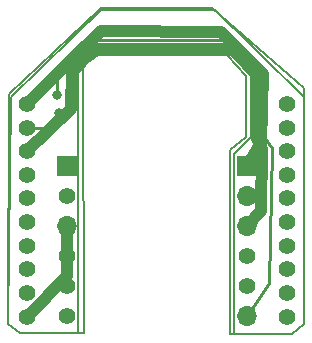
<source format=gtl>
<<<<<<< HEAD
G04 #@! TF.GenerationSoftware,KiCad,Pcbnew,7.99.0-unknown-556120554e~172~ubuntu22.04.1*
G04 #@! TF.CreationDate,2023-08-17T23:45:12+09:00*
=======
G04 #@! TF.GenerationSoftware,KiCad,Pcbnew,7.99.0-unknown-4c4bbdc8f3~172~ubuntu22.04.1*
G04 #@! TF.CreationDate,2023-08-08T20:27:13+09:00*
>>>>>>> 19db055ad74dc80f637f43bf08fee7929738abcf
G04 #@! TF.ProjectId,bGeigieCast V1.6.0(StampS3),62476569-6769-4654-9361-73742056312e,rev?*
G04 #@! TF.SameCoordinates,Original*
G04 #@! TF.FileFunction,Copper,L1,Top*
G04 #@! TF.FilePolarity,Positive*
%FSLAX46Y46*%
G04 Gerber Fmt 4.6, Leading zero omitted, Abs format (unit mm)*
<<<<<<< HEAD
G04 Created by KiCad (PCBNEW 7.99.0-unknown-556120554e~172~ubuntu22.04.1) date 2023-08-17 23:45:12*
=======
G04 Created by KiCad (PCBNEW 7.99.0-unknown-4c4bbdc8f3~172~ubuntu22.04.1) date 2023-08-08 20:27:13*
>>>>>>> 19db055ad74dc80f637f43bf08fee7929738abcf
%MOMM*%
%LPD*%
G01*
G04 APERTURE LIST*
G04 #@! TA.AperFunction,ComponentPad*
<<<<<<< HEAD
%ADD10C,1.400000*%
G04 #@! TD*
G04 #@! TA.AperFunction,ComponentPad*
%ADD11R,1.700000X1.700000*%
G04 #@! TD*
G04 #@! TA.AperFunction,ComponentPad*
%ADD12O,1.700000X1.700000*%
=======
%ADD10R,1.700000X1.700000*%
G04 #@! TD*
G04 #@! TA.AperFunction,ComponentPad*
%ADD11O,1.700000X1.700000*%
G04 #@! TD*
G04 #@! TA.AperFunction,ComponentPad*
%ADD12C,1.400000*%
>>>>>>> 19db055ad74dc80f637f43bf08fee7929738abcf
G04 #@! TD*
G04 #@! TA.AperFunction,ViaPad*
%ADD13C,0.800000*%
G04 #@! TD*
G04 #@! TA.AperFunction,Conductor*
<<<<<<< HEAD
%ADD14C,0.500000*%
G04 #@! TD*
G04 #@! TA.AperFunction,Conductor*
%ADD15C,0.250000*%
=======
%ADD14C,0.250000*%
G04 #@! TD*
G04 #@! TA.AperFunction,Conductor*
%ADD15C,1.000000*%
>>>>>>> 19db055ad74dc80f637f43bf08fee7929738abcf
G04 #@! TD*
G04 #@! TA.AperFunction,Profile*
%ADD16C,0.150000*%
G04 #@! TD*
G04 APERTURE END LIST*
D10*
<<<<<<< HEAD
=======
X156050000Y-104592000D03*
D11*
X156050000Y-107132000D03*
X156050000Y-109672000D03*
X156050000Y-117292000D03*
D10*
X140796000Y-104592000D03*
D11*
X140796000Y-109672000D03*
D12*
>>>>>>> 19db055ad74dc80f637f43bf08fee7929738abcf
X137400000Y-99350000D03*
X137400000Y-101350000D03*
X137400000Y-103350000D03*
X137400000Y-105350000D03*
X137400000Y-107350000D03*
X137400000Y-109350000D03*
X137400000Y-111350000D03*
X137400000Y-113350000D03*
X137400000Y-115350000D03*
X137400000Y-117350000D03*
X159400000Y-117350000D03*
X159400000Y-115350000D03*
X159400000Y-113350000D03*
X159400000Y-111350000D03*
X159400000Y-109350000D03*
X159400000Y-107350000D03*
X159400000Y-105350000D03*
X159400000Y-103350000D03*
X159400000Y-101350000D03*
X159400000Y-99350000D03*
<<<<<<< HEAD
D11*
X140796000Y-104592000D03*
D12*
X140796000Y-107132000D03*
X140796000Y-109672000D03*
X140796000Y-112212000D03*
X140796000Y-114752000D03*
X140796000Y-117292000D03*
D11*
X156050000Y-104592000D03*
D12*
X156050000Y-107132000D03*
X156050000Y-109672000D03*
X156050000Y-112212000D03*
X156050000Y-114752000D03*
X156050000Y-117292000D03*
D13*
X139987000Y-98623000D03*
D14*
X158148000Y-103068000D02*
X157894000Y-114498000D01*
X139987000Y-96464000D02*
X142527000Y-93966333D01*
X142527000Y-93966333D02*
X154973000Y-93924000D01*
X139987000Y-98623000D02*
X139987000Y-96464000D01*
X157513000Y-96650267D02*
X157513000Y-102179000D01*
X157894000Y-114498000D02*
X156050000Y-117292000D01*
X154973000Y-93924000D02*
X157513000Y-96650267D01*
X157513000Y-102179000D02*
X158148000Y-103068000D01*
D15*
X154846000Y-94686000D02*
X156878000Y-96845000D01*
X137400000Y-103350000D02*
X141130000Y-99766000D01*
X156878000Y-102306000D02*
X157317506Y-103195000D01*
X141257000Y-96464000D02*
X143035000Y-94686000D01*
X143035000Y-94686000D02*
X154846000Y-94686000D01*
X157259000Y-108402000D02*
X156050000Y-109672000D01*
X141130000Y-99766000D02*
X141257000Y-96464000D01*
X156878000Y-96845000D02*
X156878000Y-102306000D01*
X157317506Y-103195000D02*
X157259000Y-108402000D01*
D16*
X135836040Y-117988000D02*
X136850000Y-118750000D01*
X135923000Y-98496000D02*
X135836040Y-117988000D01*
X141765000Y-118741000D02*
X136850000Y-118750000D01*
X159832000Y-118816000D02*
X154973000Y-118816000D01*
X160850000Y-117950000D02*
X160866000Y-97996000D01*
X143670000Y-91257000D02*
X135923000Y-98496000D01*
X160850000Y-117950000D02*
X159832000Y-118816000D01*
X141765000Y-96718000D02*
X141765000Y-118741000D01*
X156360127Y-102138500D02*
X154973000Y-103576000D01*
X154719000Y-95194000D02*
X156370000Y-96972000D01*
X154973000Y-103576000D02*
X154973000Y-118816000D01*
X153068000Y-91257000D02*
X143670000Y-91257000D01*
X143162000Y-95194000D02*
X141765000Y-96718000D01*
X154719000Y-95194000D02*
X143162000Y-95194000D01*
X156379872Y-96972000D02*
X156360127Y-102138500D01*
X153068000Y-91257000D02*
X160866000Y-97996000D01*
=======
D13*
X140114000Y-100147000D03*
D14*
X138911000Y-101350000D02*
X140114000Y-100147000D01*
X137400000Y-101350000D02*
X138911000Y-101350000D01*
D15*
X137400000Y-117350000D02*
X140796000Y-113954000D01*
X140796000Y-113954000D02*
X140796000Y-109672000D01*
X157259000Y-102687000D02*
X156050000Y-104592000D01*
X157386000Y-96845000D02*
X157259000Y-102687000D01*
X143670000Y-93162000D02*
X153830000Y-93289000D01*
X137400000Y-99350000D02*
X141302000Y-95448000D01*
X141302000Y-95448000D02*
X143670000Y-93162000D01*
X153830000Y-93289000D02*
X157386000Y-96845000D01*
D14*
X137400000Y-101350000D02*
X136975431Y-100925431D01*
D16*
X135836040Y-117988000D02*
X136850000Y-118750000D01*
X136050000Y-98750000D02*
X135836040Y-117988000D01*
X142273000Y-118741000D02*
X136850000Y-118750000D01*
X159832000Y-118816000D02*
X154593020Y-118816000D01*
X160850000Y-117950000D02*
X160866000Y-98766000D01*
X143670000Y-91384000D02*
X136050000Y-98750000D01*
X160850000Y-117950000D02*
X159832000Y-118816000D01*
X142185490Y-96164000D02*
X142273000Y-118741000D01*
X155969255Y-102138500D02*
X154592000Y-103235500D01*
X154338000Y-95194000D02*
X155989000Y-96972000D01*
X154592000Y-103235500D02*
X154593020Y-118816000D01*
X153322000Y-91384000D02*
X143670000Y-91384000D01*
X143416000Y-95240000D02*
X142185490Y-96164000D01*
X154338000Y-95194000D02*
X143416000Y-95240000D01*
X155989000Y-96972000D02*
X155969255Y-102138500D01*
X153322000Y-91384000D02*
X160866000Y-98766000D01*
>>>>>>> 19db055ad74dc80f637f43bf08fee7929738abcf
M02*

</source>
